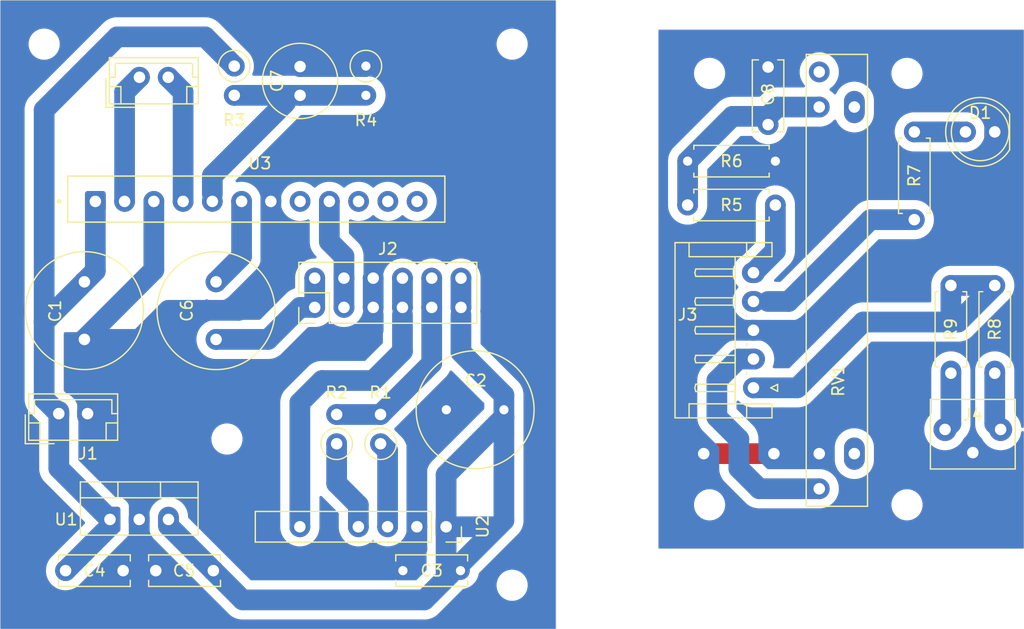
<source format=kicad_pcb>
(kicad_pcb (version 20241229) (generator "pcbnew") (generator_version "9.0")
  (layers (0 "F.Cu" signal) (2 "B.Cu" signal) (13 "F.Paste" user) (15 "B.Paste" user) (5 "F.SilkS" user "F.Silkscreen") (7 "B.SilkS" user "B.Silkscreen") (1 "F.Mask" user) (3 "B.Mask" user) (25 "Edge.Cuts" user))
  (net 0 "")
  (net 1 "MAIN_AUDIO")
  (net 2 "+12V")
  (net 3 "GND")
  (net 4 "STAND_BY")
  (net 5 "CH1_IN")
  (net 6 "+5V")
  (net 7 "CH1_OUT(+)")
  (net 8 "CH1_OUT(-)")
  (net 9 "LED")
  (net 10 "BT_RIGHT")
  (net 11 "BT_LEFT")
  (net 12 "BT_AUDIO")
  (net 13 "VOLUME")
  (net 18 "Net-(J4-PadS)")
  (net 19 "Net-(J4-PadR)")
  (net 23 "UI_GND")
  (net 24 "UI_LED")
  (net 25 "UI_VOLUME")
  (net 26 "UI_5V")
  (net 27 "UI_AUDIO")
  (net 28 "Net-(C8-Pad1)")
  (net 29 "Net-(D1-A)")
  (footprint "Capacitor_THT:C_Disc_D6.0mm_W2.5mm_P5.00mm" (layer "F.Cu") (at 108.538 110.49)
    (property "Reference" "C4" (at 2.5 0 0) (layer "F.SilkS"))
    (property "Value" "100nF" (hide yes))
    (fp_line (start -0.62 -1.37) (end 5.62 -1.37) (stroke (width 0.12)) (layer "F.SilkS"))
    (fp_line (start -0.62 -0.835) (end -0.62 -1.37) (stroke (width 0.12)) (layer "F.SilkS"))
    (fp_line (start -0.62 1.37) (end -0.62 0.835) (stroke (width 0.12)) (layer "F.SilkS"))
    (fp_line (start 5.62 -1.37) (end 5.62 -0.835) (stroke (width 0.12)) (layer "F.SilkS"))
    (fp_line (start 5.62 0.835) (end 5.62 1.37) (stroke (width 0.12)) (layer "F.SilkS"))
    (fp_line (start 5.62 1.37) (end -0.62 1.37) (stroke (width 0.12)) (layer "F.SilkS"))
    (pad "1" thru_hole circle (at 0 0) (size 1.8 1.8) (drill 1) (layers "*.Cu" "*.Mask") (net 2 "+12V"))
    (pad "2" thru_hole circle (at 5 0) (size 1.8 1.8) (drill 1) (layers "*.Cu" "*.Mask") (net 3 "GND"))
  )
  (footprint "Resistor_THT:R_Axial_DIN0207_L6.3mm_D2.5mm_P2.54mm_Vertical" (layer "F.Cu") (at 132.08 99.47 90)
    (property "Reference" "R2" (at 4.445 0 180) (layer "F.SilkS"))
    (property "Value" "3.3K" (hide yes))
    (fp_line (start 1.37 0) (end 1.44 0) (stroke (width 0.12)) (layer "F.SilkS"))
    (fp_circle (center 0 0) (end 1.37 0) (stroke (width 0.12)) (fill no) (layer "F.SilkS"))
    (pad "1" thru_hole circle (at 0 0 90) (size 1.8 1.8) (drill 1) (layers "*.Cu" "*.Mask") (net 11 "BT_LEFT"))
    (pad "2" thru_hole circle (at 2.54 0 90) (size 1.8 1.8) (drill 1) (layers "*.Cu" "*.Mask") (net 12 "BT_AUDIO"))
  )
  (footprint "Capacitor_THT:C_Disc_D6.0mm_W2.5mm_P5.00mm" (layer "F.Cu") (at 169.545 71.755 90)
    (property "Reference" "C8" (at 2.627 0 90) (layer "F.SilkS"))
    (property "Value" "100nF" (hide yes))
    (fp_line (start 5.62 -1.37) (end 5.62 -0.835) (stroke (width 0.12)) (layer "F.SilkS"))
    (fp_line (start -0.62 -1.37) (end 5.62 -1.37) (stroke (width 0.12)) (layer "F.SilkS"))
    (fp_line (start -0.62 -0.835) (end -0.62 -1.37) (stroke (width 0.12)) (layer "F.SilkS"))
    (fp_line (start 5.62 0.835) (end 5.62 1.37) (stroke (width 0.12)) (layer "F.SilkS"))
    (fp_line (start 5.62 1.37) (end -0.62 1.37) (stroke (width 0.12)) (layer "F.SilkS"))
    (fp_line (start -0.62 1.37) (end -0.62 0.835) (stroke (width 0.12)) (layer "F.SilkS"))
    (pad "1" thru_hole circle (at 0 0 90) (size 1.8 1.8) (drill 1) (layers "*.Cu" "*.Mask") (net 28 "Net-(C8-Pad1)"))
    (pad "2" thru_hole circle (at 5 0 90) (size 1.8 1.8) (drill 1) (layers "*.Cu" "*.Mask") (net 23 "UI_GND"))
  )
  (footprint "LED_THT:LED_D5.0mm" (layer "F.Cu") (at 189.23 72.39 180)
    (property "Reference" "D1" (at 1.27 1.65 0) (layer "F.SilkS"))
    (property "Value" "LED" (hide yes))
    (fp_line (start -1.29 -1.545) (end -1.29 1.545) (stroke (width 0.12)) (layer "F.SilkS"))
    (fp_arc (start 4.26 0) (mid 2.071779 2.880495) (end -1.29 1.54483) (stroke (width 0.12)) (layer "F.SilkS"))
    (fp_arc (start -1.29 -1.54483) (mid 2.071779 -2.880495) (end 4.26 0) (stroke (width 0.12)) (layer "F.SilkS"))
    (fp_circle (center 1.27 0) (end 3.77 0) (stroke (width 0.12)) (fill no) (layer "F.SilkS"))
    (pad "1" thru_hole roundrect (at 0 0 180) (size 1.8 1.8) (drill 1) (layers "*.Cu" "*.Mask") (roundrect_rratio 0.1388888889) (net 23 "UI_GND"))
    (pad "2" thru_hole circle (at 2.54 0 180) (size 1.8 1.8) (drill 1) (layers "*.Cu" "*.Mask") (net 29 "Net-(D1-A)"))
  )
  (footprint "Resistor_THT:R_Axial_DIN0207_L6.3mm_D2.5mm_P7.62mm_Horizontal" (layer "F.Cu") (at 162.56 74.93)
    (property "Reference" "R6" (at 3.81 0 0) (layer "F.SilkS"))
    (property "Value" "3.3K" (hide yes))
    (fp_line (start 0.54 -1.37) (end 7.08 -1.37) (stroke (width 0.12)) (layer "F.SilkS"))
    (fp_line (start 0.54 -1.04) (end 0.54 -1.37) (stroke (width 0.12)) (layer "F.SilkS"))
    (fp_line (start 0.54 1.04) (end 0.54 1.37) (stroke (width 0.12)) (layer "F.SilkS"))
    (fp_line (start 0.54 1.37) (end 7.08 1.37) (stroke (width 0.12)) (layer "F.SilkS"))
    (fp_line (start 7.08 -1.37) (end 7.08 -1.04) (stroke (width 0.12)) (layer "F.SilkS"))
    (fp_line (start 7.08 1.37) (end 7.08 1.04) (stroke (width 0.12)) (layer "F.SilkS"))
    (pad "1" thru_hole circle (at 0 0) (size 1.6 1.6) (drill 0.8) (layers "*.Cu" "*.Mask") (net 28 "Net-(C8-Pad1)"))
    (pad "2" thru_hole circle (at 7.62 0) (size 1.6 1.6) (drill 0.8) (layers "*.Cu" "*.Mask") (net 23 "UI_GND"))
  )
  (footprint "Capacitor_THT:C_Radial_D6.3mm_H11.0mm_P2.50mm" (layer "F.Cu") (at 128.905 69.215 90)
    (property "Reference" "C7" (at 1.25 -2 90) (layer "F.SilkS"))
    (property "Value" "10uF")
    (fp_circle (center 1.25 0) (end 4.52 0) (stroke (width 0.12)) (fill no) (layer "F.SilkS"))
    (pad "1" thru_hole circle (at 0 0 90) (size 1.8 1.8) (drill 1) (layers "*.Cu" "*.Mask") (net 4 "STAND_BY"))
    (pad "2" thru_hole circle (at 2.5 0 90) (size 1.8 1.8) (drill 1) (layers "*.Cu" "*.Mask") (net 3 "GND"))
  )
  (footprint "Capacitor_THT:C_Radial_D10.0mm_H16.0mm_P5.00mm" (layer "F.Cu") (at 121.605 85.41 -90)
    (property "Reference" "C6" (at 2.5 2.54 270) (layer "F.SilkS"))
    (property "Value" "10uF")
    (fp_circle (center 2.5 0) (end 7.62 0) (stroke (width 0.12)) (fill no) (layer "F.SilkS"))
    (pad "1" thru_hole circle (at 0 0 270) (size 1.8 1.8) (drill 1) (layers "*.Cu" "*.Mask") (net 5 "CH1_IN"))
    (pad "2" thru_hole circle (at 5 0 270) (size 1.8 1.8) (drill 1) (layers "*.Cu" "*.Mask") (net 1 "MAIN_AUDIO"))
  )
  (footprint "Resistor_THT:R_Axial_DIN0207_L6.3mm_D2.5mm_P7.62mm_Horizontal" (layer "F.Cu") (at 170.18 78.74 180)
    (property "Reference" "R5" (at 3.81 0 0) (layer "F.SilkS"))
    (property "Value" "10K" (hide yes))
    (fp_line (start 7.08 1.37) (end 7.08 1.04) (stroke (width 0.12)) (layer "F.SilkS"))
    (fp_line (start 7.08 -1.37) (end 7.08 -1.04) (stroke (width 0.12)) (layer "F.SilkS"))
    (fp_line (start 0.54 1.37) (end 7.08 1.37) (stroke (width 0.12)) (layer "F.SilkS"))
    (fp_line (start 0.54 1.04) (end 0.54 1.37) (stroke (width 0.12)) (layer "F.SilkS"))
    (fp_line (start 0.54 -1.04) (end 0.54 -1.37) (stroke (width 0.12)) (layer "F.SilkS"))
    (fp_line (start 0.54 -1.37) (end 7.08 -1.37) (stroke (width 0.12)) (layer "F.SilkS"))
    (pad "1" thru_hole circle (at 0 0 180) (size 1.8 1.8) (drill 1) (layers "*.Cu" "*.Mask") (net 26 "UI_5V"))
    (pad "2" thru_hole circle (at 7.62 0 180) (size 1.8 1.8) (drill 1) (layers "*.Cu" "*.Mask") (net 28 "Net-(C8-Pad1)"))
  )
  (footprint "MountingHole:MountingHole_2.2mm_M2" (layer "F.Cu") (at 106.68 64.77)
    (property "Reference" "H1" (hide yes))
    (property "Value" "MountingHole" (hide yes))
    (pad "" np_thru_hole circle (at 0 0) (size 2.2 2.2) (drill 2.2) (layers "*.Cu" "*.Mask"))
  )
  (footprint "MountingHole:MountingHole_2.2mm_M2" (layer "F.Cu") (at 122.555 99.06)
    (property "Reference" "H4" (hide yes))
    (property "Value" "MountingHole" (hide yes))
    (pad "" np_thru_hole circle (at 0 0) (size 2.2 2.2) (drill 2.2) (layers "*.Cu" "*.Mask"))
  )
  (footprint "Custom:Jack_3.5mm_Vertical" (layer "F.Cu") (at 187.325 98.23 180)
    (property "Reference" "J4" (at 0 1.27 0) (layer "F.SilkS"))
    (property "Value" "AUDIO_JACK" (hide yes))
    (fp_line (start 3.683 -3.434) (end 3.683 2.6112) (stroke (width 0.12)) (layer "F.SilkS"))
    (fp_line (start -3.683 2.6112) (end 3.683 2.6112) (stroke (width 0.12)) (layer "F.SilkS"))
    (fp_line (start -3.683 -3.434) (end 3.683 -3.434) (stroke (width 0.12)) (layer "F.SilkS"))
    (fp_line (start -3.683 -3.434) (end -3.683 2.6112) (stroke (width 0.12)) (layer "F.SilkS"))
    (pad "R" thru_hole circle (at 2.413 0) (size 2 2) (drill 1) (layers "*.Cu" "*.Mask") (net 19 "Net-(J4-PadR)"))
    (pad "S" thru_hole circle (at -2.413 0) (size 2 2) (drill 1) (layers "*.Cu" "*.Mask") (net 18 "Net-(J4-PadS)"))
    (pad "T" thru_hole circle (at 0 -2.0116) (size 2 2) (drill 1) (layers "*.Cu" "*.Mask") (net 23 "UI_GND"))
  )
  (footprint "Connector_PinSocket_2.54mm:PinSocket_1x07_P2.54mm_Vertical" (layer "F.Cu") (at 141.585 106.68 -90)
    (property "Reference" "U2" (at 0 -3.175 90) (layer "F.SilkS"))
    (property "Value" "WIN-668" (hide yes))
    (fp_line (start -1.33 16.57) (end 1.33 16.57) (stroke (width 0.12)) (layer "F.SilkS"))
    (fp_line (start -1.33 1.27) (end -1.33 16.57) (stroke (width 0.12)) (layer "F.SilkS"))
    (fp_line (start -1.33 1.27) (end 1.33 1.27) (stroke (width 0.12)) (layer "F.SilkS"))
    (fp_line (start 1.33 1.27) (end 1.33 16.57) (stroke (width 0.12)) (layer "F.SilkS"))
    (fp_line (start 0 -1.33) (end 1.33 -1.33) (stroke (width 0.12)) (layer "F.SilkS"))
    (fp_line (start 1.33 -1.33) (end 1.33 0) (stroke (width 0.12)) (layer "F.SilkS"))
    (pad "1" thru_hole roundrect (at 0 0 270) (size 1.8 1.8) (drill 1) (layers "*.Cu" "*.Mask") (roundrect_rratio 0.1388888889) (net 6 "+5V"))
    (pad "2" thru_hole circle (at 0 2.54 270) (size 1.8 1.8) (drill 1) (layers "*.Cu" "*.Mask") (net 3 "GND"))
    (pad "3" thru_hole circle (at 0 5.08 270) (size 1.8 1.8) (drill 1) (layers "*.Cu" "*.Mask") (net 10 "BT_RIGHT"))
    (pad "4" thru_hole circle (at 0 7.62 270) (size 1.8 1.8) (drill 1) (layers "*.Cu" "*.Mask") (net 11 "BT_LEFT"))
    (pad "6" thru_hole circle (at 0 12.7 270) (size 1.8 1.8) (drill 1) (layers "*.Cu" "*.Mask") (net 9 "LED"))
  )
  (footprint "Capacitor_THT:C_Disc_D6.0mm_W2.5mm_P5.00mm" (layer "F.Cu") (at 142.835 110.49 180)
    (property "Reference" "C3" (at 2.5 0 0) (layer "F.SilkS"))
    (property "Value" "100nF" (hide yes))
    (fp_line (start 5.62 1.37) (end -0.62 1.37) (stroke (width 0.12)) (layer "F.SilkS"))
    (fp_line (start 5.62 0.835) (end 5.62 1.37) (stroke (width 0.12)) (layer "F.SilkS"))
    (fp_line (start 5.62 -1.37) (end 5.62 -0.835) (stroke (width 0.12)) (layer "F.SilkS"))
    (fp_line (start -0.62 1.37) (end -0.62 0.835) (stroke (width 0.12)) (layer "F.SilkS"))
    (fp_line (start -0.62 -0.835) (end -0.62 -1.37) (stroke (width 0.12)) (layer "F.SilkS"))
    (fp_line (start -0.62 -1.37) (end 5.62 -1.37) (stroke (width 0.12)) (layer "F.SilkS"))
    (pad "1" thru_hole circle (at 0 0 180) (size 1.6 1.6) (drill 0.8) (layers "*.Cu" "*.Mask") (net 6 "+5V"))
    (pad "2" thru_hole circle (at 5 0 180) (size 1.6 1.6) (drill 0.8) (layers "*.Cu" "*.Mask") (net 3 "GND"))
  )
  (footprint "Capacitor_THT:C_Radial_D10.0mm_H12.5mm_P5.00mm" (layer "F.Cu") (at 110.175 85.41 -90)
    (property "Reference" "C1" (at 2.54 2.54 90) (layer "F.SilkS"))
    (property "Value" "2200uF")
    (fp_circle (center 2.5 0) (end 7.62 0) (stroke (width 0.12)) (fill no) (layer "F.SilkS"))
    (pad "1" thru_hole circle (at 0 0 270) (size 1.8 1.8) (drill 1) (layers "*.Cu" "*.Mask") (net 2 "+12V"))
    (pad "2" thru_hole circle (at 5 0 270) (size 1.8 1.8) (drill 1) (layers "*.Cu" "*.Mask") (net 3 "GND"))
  )
  (footprint "MountingHole:MountingHole_2.2mm_M2" (layer "F.Cu") (at 181.61 104.775)
    (property "Reference" "H7" (hide yes))
    (property "Value" "MountingHole" (hide yes))
    (pad "" np_thru_hole circle (at 0 0) (size 2.2 2.2) (drill 2.2) (layers "*.Cu" "*.Mask"))
  )
  (footprint "Connector_JST:JST_EH_B2B-EH-A_1x02_P2.50mm_Vertical" (layer "F.Cu") (at 107.95 96.855)
    (property "Reference" "J1" (at 2.54 3.475 180) (layer "F.SilkS"))
    (property "Value" "POWER" (hide yes))
    (fp_line (start -2.91 0.11) (end -2.91 2.61) (stroke (width 0.12)) (layer "F.SilkS"))
    (fp_line (start -2.91 2.61) (end -0.41 2.61) (stroke (width 0.12)) (layer "F.SilkS"))
    (fp_line (start -2.61 -1.71) (end -2.61 2.31) (stroke (width 0.12)) (layer "F.SilkS"))
    (fp_line (start -2.61 0) (end -2.11 0) (stroke (width 0.12)) (layer "F.SilkS"))
    (fp_line (start -2.61 0.81) (end -1.61 0.81) (stroke (width 0.12)) (layer "F.SilkS"))
    (fp_line (start -2.61 2.31) (end 5.11 2.31) (stroke (width 0.12)) (layer "F.SilkS"))
    (fp_line (start -2.11 -1.21) (end 4.61 -1.21) (stroke (width 0.12)) (layer "F.SilkS"))
    (fp_line (start -2.11 0) (end -2.11 -1.21) (stroke (width 0.12)) (layer "F.SilkS"))
    (fp_line (start -1.61 0.81) (end -1.61 2.31) (stroke (width 0.12)) (layer "F.SilkS"))
    (fp_line (start 4.11 0.81) (end 4.11 2.31) (stroke (width 0.12)) (layer "F.SilkS"))
    (fp_line (start 4.61 -1.21) (end 4.61 0) (stroke (width 0.12)) (layer "F.SilkS"))
    (fp_line (start 4.61 0) (end 5.11 0) (stroke (width 0.12)) (layer "F.SilkS"))
    (fp_line (start 5.11 -1.71) (end -2.61 -1.71) (stroke (width 0.12)) (layer "F.SilkS"))
    (fp_line (start 5.11 0.81) (end 4.11 0.81) (stroke (width 0.12)) (layer "F.SilkS"))
    (fp_line (start 5.11 2.31) (end 5.11 -1.71) (stroke (width 0.12)) (layer "F.SilkS"))
    (pad "1" thru_hole oval (at 0 0) (size 1.8 2.2) (drill 1) (layers "*.Cu" "*.Mask") (net 2 "+12V"))
    (pad "2" thru_hole oval (at 2.5 0) (size 1.8 2.2) (drill 1) (layers "*.Cu" "*.Mask") (net 3 "GND"))
  )
  (footprint "Resistor_THT:R_Axial_DIN0207_L6.3mm_D2.5mm_P2.54mm_Vertical" (layer "F.Cu") (at 123.19 66.675 -90)
    (property "Reference" "R3" (at 4.699 0 0) (layer "F.SilkS"))
    (property "Value" "68K" (hide yes))
    (fp_line (start 1.37 0) (end 1.44 0) (stroke (width 0.12)) (layer "F.SilkS"))
    (fp_circle (center 0 0) (end 1.37 0) (stroke (width 0.12)) (fill no) (layer "F.SilkS"))
    (pad "1" thru_hole circle (at 0 0 270) (size 1.8 1.8) (drill 1) (layers "*.Cu" "*.Mask") (net 2 "+12V"))
    (pad "2" thru_hole circle (at 2.54 0 270) (size 1.8 1.8) (drill 1) (layers "*.Cu" "*.Mask") (net 4 "STAND_BY"))
  )
  (footprint "Custom:Potentiometer_Custom_Variant_A" (layer "F.Cu") (at 175.641 85.335 90)
    (property "Reference" "RV1" (at -8.645 0 90) (layer "F.SilkS"))
    (property "Value" "50K")
    (fp_line (start 19.676 -2.786) (end -19.568 -2.786) (stroke (width 0.12)) (layer "F.SilkS"))
    (fp_line (start 19.676 -2.786) (end 19.676 2.54) (stroke (width 0.12)) (layer "F.SilkS"))
    (fp_line (start -19.568 -2.786) (end -19.568 2.54) (stroke (width 0.12)) (layer "F.SilkS"))
    (fp_line (start 19.676 2.54) (end -19.568 2.54) (stroke (width 0.12)) (layer "F.SilkS"))
    (pad "1" thru_hole circle (at -18.043 -1.651 90) (size 1.8 1.8) (drill 1) (layers "*.Cu" "*.Mask") (net 25 "UI_VOLUME"))
    (pad "2" thru_hole circle (at -14.995 -1.651 90) (size 1.8 1.8) (drill 1) (layers "*.Cu" "*.Mask") (net 23 "UI_GND"))
    (pad "3" thru_hole circle (at 15.104 -1.651 90) (size 1.8 1.8) (drill 1) (layers "*.Cu" "*.Mask") (net 28 "Net-(C8-Pad1)"))
    (pad "4" thru_hole circle (at 18.152 -1.651 90) (size 1.8 1.8) (drill 1) (layers "*.Cu" "*.Mask"))
    (pad "MP1" thru_hole oval (at -14.995 1.397 90) (size 2.8 1.8) (drill 1) (layers "*.Cu" "*.Mask"))
    (pad "MP2" thru_hole oval (at 15.104 1.397 90) (size 2.8 1.8) (drill 1) (layers "*.Cu" "*.Mask"))
  )
  (footprint "Capacitor_THT:C_Disc_D6.0mm_W2.5mm_P5.00mm" (layer "F.Cu") (at 121.372 110.49 180)
    (property "Reference" "C5" (at 2.54 0 0) (layer "F.SilkS"))
    (property "Value" "100nF" (hide yes))
    (fp_line (start 5.62 1.37) (end -0.62 1.37) (stroke (width 0.12)) (layer "F.SilkS"))
    (fp_line (start 5.62 0.835) (end 5.62 1.37) (stroke (width 0.12)) (layer "F.SilkS"))
    (fp_line (start 5.62 -1.37) (end 5.62 -0.835) (stroke (width 0.12)) (layer "F.SilkS"))
    (fp_line (start -0.62 1.37) (end -0.62 0.835) (stroke (width 0.12)) (layer "F.SilkS"))
    (fp_line (start -0.62 -0.835) (end -0.62 -1.37) (stroke (width 0.12)) (layer "F.SilkS"))
    (fp_line (start -0.62 -1.37) (end 5.62 -1.37) (stroke (width 0.12)) (layer "F.SilkS"))
    (pad "1" thru_hole circle (at 0 0 180) (size 1.8 1.8) (drill 1) (layers "*.Cu" "*.Mask") (net 6 "+5V"))
    (pad "2" thru_hole circle (at 5 0 180) (size 1.8 1.8) (drill 1) (layers "*.Cu" "*.Mask") (net 3 "GND"))
  )
  (footprint "Custom:Audio_Amplifier_AN7522N" (layer "F.Cu") (at 125.112 78.425)
    (property "Reference" "U3" (at 0.303 -3.302 0) (layer "F.SilkS"))
    (property "Value" "AN7522N" (hide yes))
    (fp_line (start -16.387 -2.2) (end 16.366 -2.2) (stroke (width 0.127)) (layer "F.SilkS"))
    (fp_line (start -16.387 1.8) (end -16.387 -2.2) (stroke (width 0.127)) (layer "F.SilkS"))
    (fp_line (start 16.366 -2.2) (end 16.366 1.8) (stroke (width 0.127)) (layer "F.SilkS"))
    (fp_line (start 16.366 1.8) (end -16.387 1.8) (stroke (width 0.127)) (layer "F.SilkS"))
    (fp_circle (center -17.137 0) (end -17.037 0) (stroke (width 0.2)) (fill no) (layer "F.SilkS"))
    (pad "1" thru_hole roundrect (at -13.987 0) (size 1.8 1.8) (drill 1) (layers "*.Cu" "*.Mask") (roundrect_rratio 0.1388888889) (net 2 "+12V"))
    (pad "2" thru_hole circle (at -11.447 0) (size 1.8 1.8) (drill 1) (layers "*.Cu" "*.Mask") (net 7 "CH1_OUT(+)"))
    (pad "3" thru_hole circle (at -8.907 0) (size 1.8 1.8) (drill 1) (layers "*.Cu" "*.Mask") (net 3 "GND"))
    (pad "4" thru_hole circle (at -6.367 0) (size 1.8 1.8) (drill 1) (layers "*.Cu" "*.Mask") (net 8 "CH1_OUT(-)"))
    (pad "5" thru_hole circle (at -3.827 0) (size 1.8 1.8) (drill 1) (layers "*.Cu" "*.Mask") (net 4 "STAND_BY"))
    (pad "6" thru_hole circle (at -1.287 0) (size 1.8 1.8) (drill 1) (layers "*.Cu" "*.Mask") (net 5 "CH1_IN"))
    (pad "7" thru_hole circle (at 1.253 0) (size 1.8 1.8) (drill 1) (layers "*.Cu" "*.Mask") (net 3 "GND"))
    (pad "8" thru_hole circle (at 3.793 0) (size 1.8 1.8) (drill 1) (layers "*.Cu" "*.Mask"))
    (pad "9" thru_hole circle (at 6.333 0) (size 1.8 1.8) (drill 1) (layers "*.Cu" "*.Mask") (net 13 "VOLUME"))
    (pad "10" thru_hole circle (at 8.873 0) (size 1.8 1.8) (drill 1) (layers "*.Cu" "*.Mask"))
    (pad "11" thru_hole circle (at 11.413 0) (size 1.8 1.8) (drill 1) (layers "*.Cu" "*.Mask"))
    (pad "12" thru_hole circle (at 13.953 0) (size 1.8 1.8) (drill 1) (layers "*.Cu" "*.Mask"))
  )
  (footprint "Connector_JST:JST_EH_S5B-EH_1x05_P2.50mm_Horizontal" (layer "F.Cu") (at 168.275 94.615 90)
    (property "Reference" "J3" (at 6.35 -5.715 0) (layer "F.SilkS"))
    (property "Value" "CONN_PCB2" (hide yes))
    (fp_line (start 12.61 -6.81) (end 12.61 1.61) (stroke (width 0.12)) (layer "F.SilkS"))
    (fp_line (start -2.61 -6.81) (end 12.61 -6.81) (stroke (width 0.12)) (layer "F.SilkS"))
    (fp_line (start 12.61 -5.59) (end 11.39 -5.59) (stroke (width 0.12)) (layer "F.SilkS"))
    (fp_line (start 11.39 -5.59) (end 11.39 -0.59) (stroke (width 0.12)) (layer "F.SilkS"))
    (fp_line (start -1.39 -5.59) (end -1.39 -0.59) (stroke (width 0.12)) (layer "F.SilkS"))
    (fp_line (start -2.61 -5.59) (end -1.39 -5.59) (stroke (width 0.12)) (layer "F.SilkS"))
    (fp_line (start 10 -5.09) (end 10.32 -5.01) (stroke (width 0.12)) (layer "F.SilkS"))
    (fp_line (start 7.5 -5.09) (end 7.82 -5.01) (stroke (width 0.12)) (layer "F.SilkS"))
    (fp_line (start 5 -5.09) (end 5.32 -5.01) (stroke (width 0.12)) (layer "F.SilkS"))
    (fp_line (start 2.5 -5.09) (end 2.82 -5.01) (stroke (width 0.12)) (layer "F.SilkS"))
    (fp_line (start 0 -5.09) (end 0.32 -5.01) (stroke (width 0.12)) (layer "F.SilkS"))
    (fp_line (start 10.32 -5.01) (end 10.32 -1.59) (stroke (width 0.12)) (layer "F.SilkS"))
    (fp_line (start 9.68 -5.01) (end 10 -5.09) (stroke (width 0.12)) (layer "F.SilkS"))
    (fp_line (start 7.82 -5.01) (end 7.82 -1.59) (stroke (width 0.12)) (layer "F.SilkS"))
    (fp_line (start 7.18 -5.01) (end 7.5 -5.09) (stroke (width 0.12)) (layer "F.SilkS"))
    (fp_line (start 5.32 -5.01) (end 5.32 -1.59) (stroke (width 0.12)) (layer "F.SilkS"))
    (fp_line (start 4.68 -5.01) (end 5 -5.09) (stroke (width 0.12)) (layer "F.SilkS"))
    (fp_line (start 2.82 -5.01) (end 2.82 -1.59) (stroke (width 0.12)) (layer "F.SilkS"))
    (fp_line (start 2.18 -5.01) (end 2.5 -5.09) (stroke (width 0.12)) (layer "F.SilkS"))
    (fp_line (start 0.32 -5.01) (end 0.32 -1.59) (stroke (width 0.12)) (layer "F.SilkS"))
    (fp_line (start -0.32 -5.01) (end 0 -5.09) (stroke (width 0.12)) (layer "F.SilkS"))
    (fp_line (start 10.32 -1.59) (end 10 -1.59) (stroke (width 0.12)) (layer "F.SilkS"))
    (fp_line (start 10 -1.59) (end 9.68 -1.59) (stroke (width 0.12)) (layer "F.SilkS"))
    (fp_line (start 9.68 -1.59) (end 9.68 -5.01) (stroke (width 0.12)) (layer "F.SilkS"))
    (fp_line (start 7.82 -1.59) (end 7.5 -1.59) (stroke (width 0.12)) (layer "F.SilkS"))
    (fp_line (start 7.5 -1.59) (end 7.18 -1.59) (stroke (width 0.12)) (layer "F.SilkS"))
    (fp_line (start 7.18 -1.59) (end 7.18 -5.01) (stroke (width 0.12)) (layer "F.SilkS"))
    (fp_line (start 5.32 -1.59) (end 5 -1.59) (stroke (width 0.12)) (layer "F.SilkS"))
    (fp_line (start 5 -1.59) (end 4.68 -1.59) (stroke (width 0.12)) (layer "F.SilkS"))
    (fp_line (start 4.68 -1.59) (end 4.68 -5.01) (stroke (width 0.12)) (layer "F.SilkS"))
    (fp_line (start 2.82 -1.59) (end 2.5 -1.59) (stroke (width 0.12)) (layer "F.SilkS"))
    (fp_line (start 2.5 -1.59) (end 2.18 -1.59) (stroke (width 0.12)) (layer "F.SilkS"))
    (fp_line (start 2.18 -1.59) (end 2.18 -5.01) (stroke (width 0.12)) (layer "F.SilkS"))
    (fp_line (start 0.32 -1.59) (end 0 -1.59) (stroke (width 0.12)) (layer "F.SilkS"))
    (fp_line (start 0 -1.59) (end -0.32 -1.59) (stroke (width 0.12)) (layer "F.SilkS"))
    (fp_line (start -0.32 -1.59) (end -0.32 -5.01) (stroke (width 0.12)) (layer "F.SilkS"))
    (fp_line (start -1.39 -1.59) (end 11.39 -1.59) (stroke (width 0.12)) (layer "F.SilkS"))
    (fp_line (start 11.39 -0.59) (end 12.61 -0.59) (stroke (width 0.12)) (layer "F.SilkS"))
    (fp_line (start 8.67 -0.59) (end 8.83 -0.59) (stroke (width 0.12)) (layer "F.SilkS"))
    (fp_line (start 6.17 -0.59) (end 6.33 -0.59) (stroke (width 0.12)) (layer "F.SilkS"))
    (fp_line (start 3.67 -0.59) (end 3.83 -0.59) (stroke (width 0.12)) (layer "F.SilkS"))
    (fp_line (start 1.17 -0.59) (end 1.33 -0.59) (stroke (width 0.12)) (layer "F.SilkS"))
    (fp_line (start -1.39 -0.59) (end -2.61 -0.59) (stroke (width 0.12)) (layer "F.SilkS"))
    (fp_line (start -1.39 -0.59) (end -1.39 1.61) (stroke (width 0.12)) (layer "F.SilkS"))
    (fp_line (start 0 1.5) (end -0.3 2.1) (stroke (width 0.12)) (layer "F.SilkS"))
    (fp_line (start 12.61 1.61) (end 11.39 1.61) (stroke (width 0.12)) (layer "F.SilkS"))
    (fp_line (start 11.39 1.61) (end 11.39 -0.59) (stroke (width 0.12)) (layer "F.SilkS"))
    (fp_line (start -1.39 1.61) (end -2.61 1.61) (stroke (width 0.12)) (layer "F.SilkS"))
    (fp_line (start -2.61 1.61) (end -2.61 -6.81) (stroke (width 0.12)) (layer "F.SilkS"))
    (fp_line (start 0.3 2.1) (end 0 1.5) (stroke (width 0.12)) (layer "F.SilkS"))
    (fp_line (start -0.3 2.1) (end 0.3 2.1) (stroke (width 0.12)) (layer "F.SilkS"))
    (pad "1" thru_hole circle (at 0 0 90) (size 1.8 1.8) (drill 1) (layers "*.Cu" "*.Mask") (net 27 "UI_AUDIO"))
    (pad "2" thru_hole oval (at 2.5 0 90) (size 1.8 2) (drill 1) (layers "*.Cu" "*.Mask") (net 25 "UI_VOLUME"))
    (pad "3" thru_hole oval (at 5 0 90) (size 1.8 2) (drill 1) (layers "*.Cu" "*.Mask") (net 23 "UI_GND"))
    (pad "4" thru_hole oval (at 7.5 0 90) (size 1.8 2) (drill 1) (layers "*.Cu" "*.Mask") (net 24 "UI_LED"))
    (pad "5" thru_hole oval (at 10 0 90) (size 1.8 2) (drill 1) (layers "*.Cu" "*.Mask") (net 26 "UI_5V"))
  )
  (footprint "MountingHole:MountingHole_2.2mm_M2" (layer "F.Cu") (at 164.465 67.31)
    (property "Reference" "H5" (hide yes))
    (property "Value" "MountingHole" (hide yes))
    (pad "" np_thru_hole circle (at 0 0) (size 2.2 2.2) (drill 2.2) (layers "*.Cu" "*.Mask"))
  )
  (footprint "Connector_JST:JST_EH_B2B-EH-A_1x02_P2.50mm_Vertical" (layer "F.Cu") (at 114.955 67.645)
    (property "Reference" "LS1" (hide yes))
    (property "Value" "SPEAKER")
    (fp_line (start -2.91 0.11) (end -2.91 2.61) (stroke (width 0.12)) (layer "F.SilkS"))
    (fp_line (start -2.91 2.61) (end -0.41 2.61) (stroke (width 0.12)) (layer "F.SilkS"))
    (fp_line (start -2.61 -1.71) (end -2.61 2.31) (stroke (width 0.12)) (layer "F.SilkS"))
    (fp_line (start -2.61 0) (end -2.11 0) (stroke (width 0.12)) (layer "F.SilkS"))
    (fp_line (start -2.61 0.81) (end -1.61 0.81) (stroke (width 0.12)) (layer "F.SilkS"))
    (fp_line (start -2.61 2.31) (end 5.11 2.31) (stroke (width 0.12)) (layer "F.SilkS"))
    (fp_line (start -2.11 -1.21) (end 4.61 -1.21) (stroke (width 0.12)) (layer "F.SilkS"))
    (fp_line (start -2.11 0) (end -2.11 -1.21) (stroke (width 0.12)) (layer "F.SilkS"))
    (fp_line (start -1.61 0.81) (end -1.61 2.31) (stroke (width 0.12)) (layer "F.SilkS"))
    (fp_line (start 4.11 0.81) (end 4.11 2.31) (stroke (width 0.12)) (layer "F.SilkS"))
    (fp_line (start 4.61 -1.21) (end 4.61 0) (stroke (width 0.12)) (layer "F.SilkS"))
    (fp_line (start 4.61 0) (end 5.11 0) (stroke (width 0.12)) (layer "F.SilkS"))
    (fp_line (start 5.11 -1.71) (end -2.61 -1.71) (stroke (width 0.12)) (layer "F.SilkS"))
    (fp_line (start 5.11 0.81) (end 4.11 0.81) (stroke (width 0.12)) (layer "F.SilkS"))
    (fp_line (start 5.11 2.31) (end 5.11 -1.71) (stroke (width 0.12)) (layer "F.SilkS"))
    (pad "1" thru_hole circle (at 0 0) (size 1.8 1.8) (drill 1) (layers "*.Cu" "*.Mask") (net 7 "CH1_OUT(+)"))
    (pad "2" thru_hole circle (at 2.5 0) (size 1.8 1.8) (drill 1) (layers "*.Cu" "*.Mask") (net 8 "CH1_OUT(-)"))
  )
  (footprint "MountingHole:MountingHole_2.2mm_M2" (layer "F.Cu") (at 147.32 111.76)
    (property "Reference" "H2" (hide yes))
    (property "Value" "MountingHole" (hide yes))
    (pad "" np_thru_hole circle (at 0 0) (size 2.2 2.2) (drill 2.2) (layers "*.Cu" "*.Mask"))
  )
  (footprint "MountingHole:MountingHole_2.2mm_M2" (layer "F.Cu") (at 147.32 64.77)
    (property "Reference" "H3" (hide yes))
    (property "Value" "MountingHole" (hide yes))
    (pad "" np_thru_hole circle (at 0 0) (size 2.2 2.2) (drill 2.2) (layers "*.Cu" "*.Mask"))
  )
  (footprint "MountingHole:MountingHole_2.2mm_M2" (layer "F.Cu") (at 164.465 104.775)
    (property "Reference" "H8" (hide yes))
    (property "Value" "MountingHole" (hide yes))
    (pad "" np_thru_hole circle (at 0 0) (size 2.2 2.2) (drill 2.2) (layers "*.Cu" "*.Mask"))
  )
  (footprint "Package_TO_SOT_THT:TO-220-3_Vertical" (layer "F.Cu") (at 112.395 106.045)
    (property "Reference" "U1" (at -3.81 0 180) (layer "F.SilkS"))
    (property "Value" "LM7805" (hide yes))
    (fp_line (start -2.57 -3.26) (end 7.65 -3.26) (stroke (width 0.12)) (layer "F.SilkS"))
    (fp_line (start -2.57 -1.88) (end 7.65 -1.88) (stroke (width 0.12)) (layer "F.SilkS"))
    (fp_line (start -2.57 1.36) (end -2.57 -3.26) (stroke (width 0.12)) (layer "F.SilkS"))
    (fp_line (start 0.69 -3.26) (end 0.69 -1.88) (stroke (width 0.12)) (layer "F.SilkS"))
    (fp_line (start 4.39 -3.26) (end 4.39 -1.88) (stroke (width 0.12)) (layer "F.SilkS"))
    (fp_line (start 7.65 -3.26) (end 7.65 1.36) (stroke (width 0.12)) (layer "F.SilkS"))
    (fp_line (start 7.65 1.36) (end -2.57 1.36) (stroke (width 0.12)) (layer "F.SilkS"))
    (pad "1" thru_hole roundrect (at 0 0) (size 1.8 2.2) (drill 1) (layers "*.Cu" "*.Mask") (roundrect_rratio 0.125) (net 2 "+12V"))
    (pad "2" thru_hole oval (at 2.54 0) (size 1.8 2.2) (drill 1) (layers "*.Cu" "*.Mask") (net 3 "GND"))
    (pad "3" thru_hole oval (at 5.08 0) (size 1.8 2.2) (drill 1) (layers "*.Cu" "*.Mask") (net 6 "+5V"))
  )
  (footprint "Connector_PinHeader_2.54mm:PinHeader_2x06_P2.54mm_Vertical" (layer "F.Cu") (at 130.175 87.63 90)
    (property "Reference" "J2" (at 5.08 6.35 180) (layer "F.SilkS"))
    (property "Value" "CONN_PCB1" (hide yes))
    (fp_line (start 3.92 -1.38) (end 3.92 14.08) (stroke (width 0.12)) (layer "F.SilkS"))
    (fp_line (start 1.27 -1.38) (end 3.92 -1.38) (stroke (width 0.12)) (layer "F.SilkS"))
    (fp_line (start -1.38 -1.38) (end 0 -1.38) (stroke (width 0.12)) (layer "F.SilkS"))
    (fp_line (start -1.38 0) (end -1.38 -1.38) (stroke (width 0.12)) (layer "F.SilkS"))
    (fp_line (start 1.27 1.27) (end 1.27 -1.38) (stroke (width 0.12)) (layer "F.SilkS"))
    (fp_line (start -1.38 1.27) (end 1.27 1.27) (stroke (width 0.12)) (layer "F.SilkS"))
    (fp_line (start -1.38 1.27) (end -1.38 14.08) (stroke (width 0.12)) (layer "F.SilkS"))
    (fp_line (start -1.38 14.08) (end 3.92 14.08) (stroke (width 0.12)) (layer "F.SilkS"))
    (pad "1" thru_hole circle (at 0 0 90) (size 1.8 1.8) (drill 1) (layers "*.Cu" "*.Mask") (net 1 "MAIN_AUDIO"))
    (pad "1" thru_hole circle (at 2.54 0 90) (size 1.8 1.8) (drill 1) (layers "*.Cu" "*.Mask") (net 1 "MAIN_AUDIO"))
    (pad "2" thru_hole circle (at 0 2.54 90) (size 1.8 1.8) (drill 1) (layers "*.Cu" "*.Mask") (net 13 "VOLUME"))
    (pad "2" thru_hole circle (at 2.54 2.54 90) (size 1.8 1.8) (drill 1) (layers "*.Cu" "*.Mask") (net 13 "VOLUME"))
    (pad "3" thru_hole circle (at 0 5.08 90) (size 1.8 1.8) (drill 1) (layers "*.Cu" "*.Mask") (net 3 "GND"))
    (pad "3" thru_hole circle (at 2.54 5.08 90) (size 1.8 1.8) (drill 1) (layers "*.Cu" "*.Mask") (net 3 "GND"))
    (pad "4" thru_hole circle (at 0 7.62 90) (size 1.8 1.8) (drill 1) (layers "*.Cu" "*.Mask") (net 9 "LED"))
    (pad "4" thru_hole circle (at 2.54 7.62 90) (size 1.8 1.8) (drill 1) (layers "*.Cu" "*.Mask") (net 9 "LED"))
    (pad "5" thru_hole circle (at 0 10.16 90) (size 1.8 1.8) (drill 1) (layers "*.Cu" "*.Mask") (net 12 "BT_AUDIO"))
    (pad "5" thru_hole circle (at 2.54 10.16 90) (size 1.8 1.8) (drill 1) (layers "*.Cu" "*.Mask") (net 12 "BT_AUDIO"))
    (pad "6" thru_hole circle (at 0 12.7 90) (size 1.8 1.8) (drill 1) (layers "*.Cu" "*.Mask") (net 6 "+5V"))
    (pad "6" thru_hole circle (at 2.54 12.7 90) (size 1.8 1.8) (drill 1) (layers "*.Cu" "*.Mask") (net 6 "+5V"))
  )
  (footprint "Resistor_THT:R_Axial_DIN0207_L6.3mm_D2.5mm_P2.54mm_Vertical" (layer "F.Cu") (at 135.89 99.47 90)
    (property "Reference" "R1" (at 4.445 0 180) (layer "F.SilkS"))
    (property "Value" "3.3K" (hide yes))
    (fp_line (start 1.37 0) (end 1.44 0) (stroke (width 0.12)) (layer "F.SilkS"))
    (fp_circle (center 0 0) (end 1.37 0) (stroke (width 0.12)) (fill no) (layer "F.SilkS"))
    (pad "1" thru_hole circle (at 0 0 90) (size 1.8 1.8) (drill 1) (layers "*.Cu" "*.Mask") (net 10 "BT_RIGHT"))
    (pad "2" thru_hole circle (at 2.54 0 90) (size 1.8 1.8) (drill 1) (layers "*.Cu" "*.Mask") (net 12 "BT_AUDIO"))
  )
  (footprint "Capacitor_THT:C_Radial_D10.0mm_H16.0mm_P5.00mm" (layer "F.Cu") (at 146.605 96.52 180)
    (property "Reference" "C2" (at 2.46 2.54 0) (layer "F.SilkS"))
    (property "Value" "2200uF")
    (fp_circle (center 2.5 0) (end 7.62 0) (stroke (width 0.12)) (fill no) (layer "F.SilkS"))
    (pad "1" thru_hole circle (at 0 0 180) (size 1.6 1.6) (drill 0.8) (layers "*.Cu" "*.Mask") (net 6 "+5V"))
    (pad "2" thru_hole circle (at 5 0 180) (size 1.6 1.6) (drill 0.8) (layers "*.Cu" "*.Mask") (net 3 "GND"))
  )
  (footprint "Resistor_THT:R_Axial_DIN0207_L6.3mm_D2.5mm_P7.62mm_Horizontal" (layer "F.Cu") (at 189.23 85.725 -90)
    (property "Reference" "R8" (at 3.81 0 90) (layer "F.SilkS"))
    (property "Value" "3.3K" (hide yes))
    (fp_line (start 0.54 1.37) (end 7.08 1.37) (stroke (width 0.12)) (layer "F.SilkS"))
    (fp_line (start 7.08 1.37) (end 7.08 1.04) (stroke (width 0.12)) (layer "F.SilkS"))
    (fp_line (start 0.54 1.04) (end 0.54 1.37) (stroke (width 0.12)) (layer "F.SilkS"))
    (fp_line (start 0.54 -1.04) (end 0.54 -1.37) (stroke (width 0.12)) (layer "F.SilkS"))
    (fp_line (start 0.54 -1.37) (end 7.08 -1.37) (stroke (width 0.12)) (layer "F.SilkS"))
    (fp_line (start 7.08 -1.37) (end 7.08 -1.04) (stroke (width 0.12)) (layer "F.SilkS"))
    (pad "1" thru_hole circle (at 0 0 270) (size 1.8 1.8) (drill 1) (layers "*.Cu" "*.Mask") (net 27 "UI_AUDIO"))
    (pad "2" thru_hole circle (at 7.62 0 270) (size 1.8 1.8) (drill 1) (layers "*.Cu" "*.Mask") (net 18 "Net-(J4-PadS)"))
  )
  (footprint "Resistor_THT:R_Axial_DIN0207_L6.3mm_D2.5mm_P2.54mm_Vertical" (layer "F.Cu") (at 134.62 66.675 -90)
    (property "Reference" "R4" (at 4.699 0 180) (layer "F.SilkS"))
    (property "Value" "270K" (hide yes))
    (fp_line (start 1.37 0) (end 1.44 0) (stroke (width 0.12)) (layer "F.SilkS"))
    (fp_circle (center 0 0) (end 1.37 0) (stroke (width 0.12)) (fill no) (layer "F.SilkS"))
    (pad "1" thru_hole circle (at 0 0 270) (size 1.6 1.6) (drill 0.8) (layers "*.Cu" "*.Mask") (net 3 "GND"))
    (pad "2" thru_hole circle (at 2.54 0 270) (size 1.6 1.6) (drill 0.8) (layers "*.Cu" "*.Mask") (net 4 "STAND_BY"))
  )
  (footprint "MountingHole:MountingHole_2.2mm_M2" (layer "F.Cu") (at 181.61 67.31)
    (property "Reference" "H6" (hide yes))
    (property "Value" "MountingHole" (hide yes))
    (pad "" np_thru_hole circle (at 0 0) (size 2.2 2.2) (drill 2.2) (layers "*.Cu" "*.Mask"))
  )
  (footprint "Resistor_THT:R_Axial_DIN0207_L6.3mm_D2.5mm_P7.62mm_Horizontal" (layer "F.Cu") (at 185.42 85.725 -90)
    (property "Reference" "R9" (at 3.81 0 90) (layer "F.SilkS"))
    (property "Value" "3.3K" (hide yes))
    (fp_line (start 0.54 1.37) (end 7.08 1.37) (stroke (width 0.12)) (layer "F.SilkS"))
    (fp_line (start 7.08 1.37) (end 7.08 1.04) (stroke (width 0.12)) (layer "F.SilkS"))
    (fp_line (start 0.54 1.04) (end 0.54 1.37) (stroke (width 0.12)) (layer "F.SilkS"))
    (fp_line (start 0.54 -1.04) (end 0.54 -1.37) (stroke (width 0.12)) (layer "F.SilkS"))
    (fp_line (start 0.54 -1.37) (end 7.08 -1.37) (stroke (width 0.12)) (layer "F.SilkS"))
    (fp_line (start 7.08 -1.37) (end 7.08 -1.04) (stroke (width 0.12)) (layer "F.SilkS"))
    (pad "1" thru_hole circle (at 0 0 270) (size 1.8 1.8) (drill 1) (layers "*.Cu" "*.Mask") (net 27 "UI_AUDIO"))
    (pad "2" thru_hole circle (at 7.62 0 270) (size 1.8 1.8) (drill 1) (layers "*.Cu" "*.Mask") (net 19 "Net-(J4-PadR)"))
  )
  (footprint "Resistor_THT:R_Axial_DIN0207_L6.3mm_D2.5mm_P7.62mm_Horizontal" (layer "F.Cu") (at 182.245 72.39 -90)
    (property "Reference" "R7" (at 3.81 0 90) (layer "F.SilkS"))
    (property "Value" "680" (hide yes))
    (fp_line (start 0.54 1.37) (end 7.08 1.37) (stroke (width 0.12)) (layer "F.SilkS"))
    (fp_line (start 7.08 1.37) (end 7.08 1.04) (stroke (width 0.12)) (layer "F.SilkS"))
    (fp_line (start 0.54 1.04) (end 0.54 1.37) (stroke (width 0.12)) (layer "F.SilkS"))
    (fp_line (start 0.54 -1.04) (end 0.54 -1.37) (stroke (width 0.12)) (layer "F.SilkS"))
    (fp_line (start 0.54 -1.37) (end 7.08 -1.37) (stroke (width 0.12)) (layer "F.SilkS"))
    (fp_line (start 7.08 -1.37) (end 7.08 -1.04) (stroke (width 0.12)) (layer "F.SilkS"))
    (pad "1" thru_hole circle (at 0 0 270) (size 1.8 1.8) (drill 1) (layers "*.Cu" "*.Mask") (net 29 "Net-(D1-A)"))
    (pad "2" thru_hole circle (at 7.62 0 270) (size 1.8 1.8) (drill 1) (layers "*.Cu" "*.Mask") (net 24 "UI_LED"))
  )
  (gr_line (start 102.87 60.96) (end 102.87 115.57) (stroke (width 0.05)) (layer "Edge.Cuts"))
  (gr_line (start 160.02 63.5) (end 160.02 108.585) (stroke (width 0.05)) (layer "Edge.Cuts"))
  (gr_line (start 151.13 60.96) (end 102.87 60.96) (stroke (width 0.05)) (layer "Edge.Cuts"))
  (gr_line (start 151.13 115.57) (end 151.13 60.96) (stroke (width 0.05)) (layer "Edge.Cuts"))
  (gr_line (start 102.87 115.57) (end 151.13 115.57) (stroke (width 0.05)) (layer "Edge.Cuts"))
  (gr_line (start 160.02 108.585) (end 191.77 108.585) (stroke (width 0.05)) (layer "Edge.Cuts"))
  (gr_line (start 191.77 63.5) (end 160.02 63.5) (stroke (width 0.05)) (layer "Edge.Cuts"))
  (gr_line (start 191.77 108.585) (end 191.77 63.5) (stroke (width 0.05)) (layer "Edge.Cuts"))
  (segment (start 130.175 85.09) (end 130.175 87.63) (width 1.8) (layer "B.Cu") (net 1))
  (segment (start 126.125 90.41) (end 121.605 90.41) (width 1.8) (layer "B.Cu") (net 1))
  (segment (start 128.905 87.63) (end 126.125 90.41) (width 1.8) (layer "B.Cu") (net 1))
  (segment (start 130.175 87.63) (end 128.905 87.63) (width 1.8) (layer "B.Cu") (net 1))
  (segment (start 112.395 106.633) (end 108.538 110.49) (width 1.8) (layer "B.Cu") (net 2))
  (segment (start 107.95 101.6) (end 112.395 106.045) (width 1.8) (layer "B.Cu") (net 2))
  (segment (start 107.95 96.855) (end 107.95 101.6) (width 1.8) (layer "B.Cu") (net 2))
  (segment (start 106.68 70.485) (end 113.03 64.135) (width 1.8) (layer "B.Cu") (net 2))
  (segment (start 120.65 64.135) (end 123.19 66.675) (width 1.8) (layer "B.Cu") (net 2))
  (segment (start 106.68 95.585) (end 107.95 96.855) (width 1.8) (layer "B.Cu") (net 2))
  (segment (start 113.03 64.135) (end 120.65 64.135) (width 1.8) (layer "B.Cu") (net 2))
  (segment (start 111.125 84.46) (end 111.125 78.425) (width 1.8) (layer "B.Cu") (net 2))
  (segment (start 111.125 84.46) (end 110.175 85.41) (width 1.8) (layer "B.Cu") (net 2))
  (segment (start 112.395 106.045) (end 112.395 106.633) (width 1.8) (layer "B.Cu") (net 2))
  (segment (start 106.68 88.905) (end 106.68 95.585) (width 1.8) (layer "B.Cu") (net 2))
  (segment (start 106.68 88.905) (end 106.68 70.485) (width 1.8) (layer "B.Cu") (net 2))
  (segment (start 110.175 85.41) (end 106.68 88.905) (width 1.8) (layer "B.Cu") (net 2))
  (segment (start 138.43 67.945) (end 138.43 71.12) (width 1.8) (layer "B.Cu") (net 3))
  (segment (start 113.538 110.49) (end 114.935 109.093) (width 1.8) (layer "B.Cu") (net 3))
  (segment (start 114.915 95.15) (end 114.915 95.865) (width 1.8) (layer "B.Cu") (net 3))
  (segment (start 130.175 90.805) (end 126.6825 94.2975) (width 1.8) (layer "B.Cu") (net 3))
  (segment (start 116.205 84.38) (end 116.205 78.425) (width 1.8) (layer "B.Cu") (net 3))
  (segment (start 114.935 99.06) (end 125.73 109.855) (width 1.8) (layer "B.Cu") (net 3))
  (segment (start 114.935 109.22) (end 114.935 108.545) (width 1.8) (layer "B.Cu") (net 3))
  (segment (start 126.365 75.565) (end 126.365 78.425) (width 1.8) (layer "B.Cu") (net 3))
  (segment (start 128.905 66.715) (end 134.58 66.715) (width 1.8) (layer "B.Cu") (net 3))
  (segment (start 133.987792 90.805) (end 130.175 90.805) (width 1.8) (layer "B.Cu") (net 3))
  (segment (start 118.8365 94.2975) (end 114.949 90.41) (width 1.8) (layer "B.Cu") (net 3))
  (segment (start 138.43 71.12) (end 136.525 73.025) (width 1.8) (layer "B.Cu") (net 3))
  (segment (start 114.915 95.865) (end 114.915 96.855) (width 1.8) (layer "B.Cu") (net 3))
  (segment (start 116.332 110.49) (end 114.935 109.093) (width 1.8) (layer "B.Cu") (net 3))
  (segment (start 134.58 66.715) (end 134.62 66.675) (width 1.8) (layer "B.Cu") (net 3))
  (segment (start 139.045 99.07) (end 141.605 96.51) (width 1.8) (layer "B.Cu") (net 3))
  (segment (start 114.935 96.875) (end 114.915 96.855) (width 1.8) (layer "B.Cu") (net 3))
  (segment (start 135.255 85.09) (end 135.255 87.63) (width 1.8) (layer "B.Cu") (net 3))
  (segment (start 139.045 106.68) (end 139.045 99.07) (width 1.8) (layer "B.Cu") (net 3))
  (segment (start 116.372 110.49) (end 116.332 110.49) (width 1.8) (layer "B.Cu") (net 3))
  (segment (start 123.571 87.884) (end 126.365 85.09) (width 1.8) (layer "B.Cu") (net 3))
  (segment (start 114.935 110.49) (end 114.935 109.22) (width 1.8) (layer "B.Cu") (net 3))
  (segment (start 114.915 95.15) (end 114.915 98.405) (width 1.8) (layer "B.Cu") (net 3))
  (segment (start 137.16 66.675) (end 138.43 67.945) (width 1.8) (layer "B.Cu") (net 3))
  (segment (start 110.175 90.41) (end 114.949 90.41) (width 1.8) (layer "B.Cu") (net 3))
  (segment (start 110.175 90.41) (end 116.205 84.38) (width 1.8) (layer "B.Cu") (net 3))
  (segment (start 126.365 85.09) (end 126.365 78.425) (width 1.8) (layer "B.Cu") (net 3))
  (segment (start 113.538 110.49) (end 116.372 110.49) (width 1.8) (layer "B.Cu") (net 3))
  (segment (start 114.949 90.41) (end 117.475 87.884) (width 1.8) (layer "B.Cu") (net 3))
  (segment (start 110.45 90.685) (end 110.175 90.41) (width 1.8) (layer "B.Cu") (net 3))
  (segment (start 110.175 90.41) (end 114.915 95.15) (width 1.8) (layer "B.Cu") (net 3))
  (segment (start 135.255 88.265) (end 135.255 89.537792) (width 1.8) (layer "B.Cu") (net 3))
  (segment (start 114.935 99.06) (end 114.935 96.875) (width 1.8) (layer "B.Cu") (net 3))
  (segment (start 128.905 73.025) (end 126.365 75.565) (width 1.8) (layer "B.Cu") (net 3))
  (segment (start 110.45 96.855) (end 110.45 90.685) (width 1.8) (layer "B.Cu") (net 3))
  (segment (start 137.795 109.845) (end 139.045 108.595) (width 1.8) (layer "B.Cu") (net 3))
  (segment (start 114.935 106.995) (end 114.935 99.06) (width 1.8) (layer "B.Cu") (net 3))
  (segment (start 135.255 89.537792) (end 133.987792 90.805) (width 1.8) (layer "B.Cu") (net 3))
  (segment (start 139.045 108.595) (end 139.045 106.68) (width 1.8) (layer "B.Cu") (net 3))
  (segment (start 117.475 87.884) (end 123.571 87.884) (width 1.8) (layer "B.Cu") (net 3))
  (segment (start 134.62 66.675) (end 137.16 66.675) (width 1.8) (layer "B.Cu") (net 3))
  (segment (start 114.935 109.093) (end 114.935 108.545) (width 1.8) (layer "B.Cu") (net 3))
  (segment (start 136.525 73.025) (end 128.905 73.025) (width 1.8) (layer "B.Cu") (net 3))
  (segment (start 125.73 109.855) (end 137.795 109.855) (width 1.8) (layer "B.Cu") (net 3))
  (segment (start 126.6825 94.2975) (end 118.8365 94.2975) (width 1.8) (layer "B.Cu") (net 3))
  (segment (start 114.935 108.545) (end 114.935 106.045) (width 1.8) (layer "B.Cu") (net 3))
  (segment (start 121.285 76.2) (end 127.635 69.85) (width 1.8) (layer "B.Cu") (net 4))
  (segment (start 121.285 77.79) (end 121.285 76.2) (width 1.8) (layer "B.Cu") (net 4))
  (segment (start 123.19 69.215) (end 134.62 69.215) (width 1.8) (layer "B.Cu") (net 4))
  (segment (start 123.825 83.19) (end 123.825 78.425) (width 1.8) (layer "B.Cu") (net 5))
  (segment (start 121.605 85.41) (end 123.825 83.19) (width 1.8) (layer "B.Cu") (net 5))
  (segment (start 121.372 110.49) (end 123.912 113.03) (width 1.8) (layer "B.Cu") (net 6))
  (segment (start 117.475 106.045) (end 117.475 106.593) (width 1.8) (layer "B.Cu") (net 6))
  (segment (start 141.585 106.68) (end 146.05 106.68) (width 1.8) (layer "B.Cu") (net 6))
  (segment (start 146.605 95.25) (end 146.605 97.155) (width 1.8) (layer "B.Cu") (net 6))
  (segment (start 146.05 106.68) (end 146.605 106.125) (width 1.8) (layer "B.Cu") (net 6))
  (segment (start 142.875 85.09) (end 142.875 87.63) (width 1.8) (layer "B.Cu") (net 6))
  (segment (start 117.475 106.593) (end 121.372 110.49) (width 1.8) (layer "B.Cu") (net 6))
  (segment (start 141.585 102.175) (end 146.605 97.155) (width 1.8) (layer "B.Cu") (net 6))
  (segment (start 139.7 113.03) (end 141.585 111.145) (width 1.8) (layer "B.Cu") (net 6))
  (segment (start 141.585 106.68) (end 141.585 111.145) (width 1.8) (layer "B.Cu") (net 6))
  (segment (start 142.875 88.265) (end 142.875 91.52) (width 1.8) (layer "B.Cu") (net 6))
  (segment (start 123.912 113.03) (end 139.7 113.03) (width 1.8) (layer "B.Cu") (net 6))
  (segment (start 141.585 102.175) (end 141.585 106.68) (width 1.8) (layer "B.Cu") (net 6))
  (segment (start 146.605 97.155) (end 146.605 106.125) (width 1.8) (layer "B.Cu") (net 6))
  (segment (start 142.875 91.52) (end 146.605 95.25) (width 1.8) (layer "B.Cu") (net 6))
  (segment (start 141.585 111.145) (end 146.05 106.68) (width 1.8) (layer "B.Cu") (net 6))
  (segment (start 113.665 78.425) (end 113.665 68.935) (width 1.8) (layer "B.Cu") (net 7))
  (segment (start 113.665 68.935) (end 114.955 67.645) (width 1.8) (layer "B.Cu") (net 7))
  (segment (start 118.745 78.425) (end 118.745 68.935) (width 1.8) (layer "B.Cu") (net 8))
  (segment (start 118.745 68.935) (end 117.455 67.645) (width 1.8) (layer "B.Cu") (net 8))
  (segment (start 137.795 85.09) (end 137.795 87.63) (width 1.8) (layer "B.Cu") (net 9))
  (segment (start 137.795 91.44) (end 137.795 88.265) (width 1.8) (layer "B.Cu") (net 9))
  (segment (start 128.885 95.905) (end 130.81 93.98) (width 1.8) (layer "B.Cu") (net 9))
  (segment (start 130.81 93.98) (end 135.255 93.98) (width 1.8) (layer "B.Cu") (net 9))
  (segment (start 135.255 93.98) (end 137.795 91.44) (width 1.8) (layer "B.Cu") (net 9))
  (segment (start 128.885 106.68) (end 128.885 95.905) (width 1.8) (layer "B.Cu") (net 9))
  (segment (start 136.505 106.68) (end 136.505 100.085) (width 1.8) (layer "B.Cu") (net 10))
  (segment (start 136.505 100.085) (end 135.89 99.47) (width 1.8) (layer "B.Cu") (net 10))
  (segment (start 132.08 102.915) (end 133.965 104.8) (width 1.8) (layer "B.Cu") (net 11))
  (segment (start 133.965 106.68) (end 133.965 104.8) (width 1.8) (layer "B.Cu") (net 11))
  (segment (start 132.08 102.915) (end 132.08 99.47) (width 1.8) (layer "B.Cu") (net 11))
  (segment (start 140.335 85.09) (end 140.335 87.63) (width 1.8) (layer "B.Cu") (net 12))
  (segment (start 135.89 96.93) (end 140.335 92.485) (width 1.8) (layer "B.Cu") (net 12))
  (segment (start 140.335 92.485) (end 140.335 87.63) (width 1.8) (layer "B.Cu") (net 12))
  (segment (start 132.08 96.93) (end 135.89 96.93) (width 1.8) (layer "B.Cu") (net 12))
  (segment (start 132.715 85.09) (end 132.715 83.185) (width 1.8) (layer "B.Cu") (net 13))
  (segment (start 131.445 81.915) (end 131.445 78.425) (width 1.8) (layer "B.Cu") (net 13))
  (segment (start 131.445 81.915) (end 132.715 83.185) (width 1.8) (layer "B.Cu") (net 13))
  (segment (start 132.715 87.63) (end 132.715 85.09) (width 1.8) (layer "B.Cu") (net 13))
  (segment (start 189.738 98.23) (end 189.23 97.722) (width 1.8) (layer "B.Cu") (net 18))
  (segment (start 189.23 93.15) (end 189.23 97.722) (width 1.8) (layer "B.Cu") (net 18))
  (segment (start 184.912 98.23) (end 185.42 97.722) (width 1.8) (layer "B.Cu") (net 19))
  (segment (start 185.42 93.15) (end 185.42 97.722) (width 1.8) (layer "B.Cu") (net 19))
  (segment (start 163.957 100.33) (end 170.053 100.33) (width 1.8) (layer "F.Cu") (net 23))
  (via (at 170.053 100.33) (size 1.8) (drill 1) (layers "F.Cu" "B.Cu") (net 23))
  (via (at 163.957 100.33) (size 1.8) (drill 1) (layers "F.Cu" "B.Cu") (net 23))
  (segment (start 169.545 89.615) (end 173.275 89.615) (width 1.8) (layer "B.Cu") (net 23))
  (segment (start 163.83 100.33) (end 163.195 100.33) (width 1.8) (layer "B.Cu") (net 23))
  (segment (start 165.02 89.615) (end 167.64 89.615) (width 1.8) (layer "B.Cu") (net 23))
  (segment (start 170.815 100.33) (end 170.053 100.33) (width 1.8) (layer "B.Cu") (net 23))
  (segment (start 166.37 80.645) (end 165.1 81.915) (width 1.8) (layer "B.Cu") (net 23))
  (segment (start 185.9666 101.6) (end 187.325 100.2416) (width 1.8) (layer "B.Cu") (net 23))
  (segment (start 184.15 101.6) (end 185.9666 101.6) (width 1.8) (layer "B.Cu") (net 23))
  (segment (start 165.1 88.345) (end 166.37 89.615) (width 1.8) (layer "B.Cu") (net 23))
  (segment (start 161.925 99.06) (end 161.925 92.71) (width 1.8) (layer "B.Cu") (net 23))
  (segment (start 179.705 83.185) (end 184.15 83.185) (width 1.8) (layer "B.Cu") (net 23))
  (segment (start 174.625 96.52) (end 170.815 100.33) (width 1.8) (layer "B.Cu") (net 23))
  (segment (start 161.925 92.71) (end 165.02 89.615) (width 1.8) (layer "B.Cu") (net 23))
  (segment (start 184.15 83.185) (end 189.23 78.105) (width 1.8) (layer "B.Cu") (net 23))
  (segment (start 170.18 74.93) (end 168.275 74.93) (width 1.8) (layer "B.Cu") (net 23))
  (segment (start 168.275 74.93) (end 166.37 76.835) (width 1.8) (layer "B.Cu") (net 23))
  (segment (start 166.37 76.835) (end 166.37 80.645) (width 1.8) (layer "B.Cu") (net 23))
  (segment (start 179.07 96.52) (end 174.625 96.52) (width 1.8) (layer "B.Cu") (net 23))
  (segment (start 189.23 72.39) (end 189.23 78.105) (width 1.8) (layer "B.Cu") (net 23))
  (segment (start 163.195 100.33) (end 161.925 99.06) (width 1.8) (layer "B.Cu") (net 23))
  (segment (start 184.15 101.6) (end 179.07 96.52) (width 1.8) (layer "B.Cu") (net 23))
  (segment (start 167.64 89.615) (end 169.545 89.615) (width 1.8) (layer "B.Cu") (net 23))
  (segment (start 170.053 100.33) (end 173.99 100.33) (width 1.8) (layer "B.Cu") (net 23))
  (segment (start 165.1 81.915) (end 165.1 88.345) (width 1.8) (layer "B.Cu") (net 23))
  (segment (start 173.275 89.615) (end 179.705 83.185) (width 1.8) (layer "B.Cu") (net 23))
  (segment (start 169.545 87.115) (end 171.33 87.115) (width 1.8) (layer "B.Cu") (net 24))
  (segment (start 178.435 80.01) (end 182.245 80.01) (width 1.8) (layer "B.Cu") (net 24))
  (segment (start 171.33 87.115) (end 178.435 80.01) (width 1.8) (layer "B.Cu") (net 24))
  (segment (start 166.965 92.115) (end 165.1 93.98) (width 1.8) (layer "B.Cu") (net 25))
  (segment (start 165.1 97.155) (end 167.005 99.06) (width 1.8) (layer "B.Cu") (net 25))
  (segment (start 168.275 92.115) (end 166.965 92.115) (width 1.8) (layer "B.Cu") (net 25))
  (segment (start 168.783 103.378) (end 173.99 103.378) (width 1.8) (layer "B.Cu") (net 25))
  (segment (start 167.005 101.6) (end 168.783 103.378) (width 1.8) (layer "B.Cu") (net 25))
  (segment (start 167.005 99.06) (end 167.005 101.6) (width 1.8) (layer "B.Cu") (net 25))
  (segment (start 165.1 93.98) (end 165.1 97.155) (width 1.8) (layer "B.Cu") (net 25))
  (segment (start 170.18 82.71) (end 170.18 78.74) (width 1.8) (layer "B.Cu") (net 26))
  (segment (start 168.275 84.615) (end 170.18 82.71) (width 1.8) (layer "B.Cu") (net 26))
  (segment (start 185.42 88.9) (end 177.8 88.9) (width 1.8) (layer "B.Cu") (net 27))
  (segment (start 186.055 88.9) (end 185.42 88.9) (width 1.8) (layer "B.Cu") (net 27))
  (segment (start 189.23 85.725) (end 186.055 88.9) (width 1.8) (layer "B.Cu") (net 27))
  (segment (start 172.085 94.615) (end 168.275 94.615) (width 1.8) (layer "B.Cu") (net 27))
  (segment (start 185.42 85.725) (end 185.42 88.9) (width 1.8) (layer "B.Cu") (net 27))
  (segment (start 177.8 88.9) (end 172.085 94.615) (width 1.8) (layer "B.Cu") (net 27))
  (segment (start 185.42 85.725) (end 189.23 85.725) (width 1.8) (layer "B.Cu") (net 27))
  (segment (start 162.56 74.93) (end 166.45 71.04) (width 1.8) (layer "B.Cu") (net 28))
  (segment (start 170.354 70.231) (end 169.545 71.04) (width 1.8) (layer "B.Cu") (net 28))
  (segment (start 173.99 70.231) (end 170.354 70.231) (width 1.8) (layer "B.Cu") (net 28))
  (segment (start 162.56 78.74) (end 162.56 74.93) (width 1.8) (layer "B.Cu") (net 28))
  (segment (start 166.45 71.04) (end 169.545 71.04) (width 1.8) (layer "B.Cu") (net 28))
  (segment (start 182.245 72.39) (end 186.69 72.39) (width 1.8) (layer "B.Cu") (net 29))
  (zone (net 0) (net_name "") (layer "B.Cu") (name "MAIN_GND") (connect_pads yes (clearance 0)) (min_thickness 0.25)
    (keepout (tracks allowed) (vias allowed) (pads allowed) (copperpour not_allowed) (footprints allowed))
    (fill (thermal_gap 0.5) (thermal_bridge_width 0.5))
    (polygon (pts (xy 110.49 73.025) (xy 110.49 87.63) (xy 108.429176 89.781987) (xy 114.652176 89.781987) (xy 117.475 86.995) (xy 120.65 86.995) (xy 120.65 73.025)))
  )
  (zone (net 3) (net_name "GND") (layer "B.Cu") (name "MAIN_GND") (priority 1) (connect_pads yes (clearance 0.8)) (min_thickness 0.25) (fill yes (thermal_gap 0.5) (thermal_bridge_width 0.5))
    (polygon (pts (xy 102.87 60.96) (xy 102.87 115.57) (xy 151.13 115.57) (xy 151.13 60.96)))
  )
  (zone (net 23) (net_name "UI_GND") (layer "B.Cu") (name "PCB2_GND") (connect_pads yes (clearance 0.8)) (min_thickness 0.25) (fill yes (thermal_gap 0.5) (thermal_bridge_width 0.5))
    (polygon (pts (xy 160.02 63.5) (xy 160.02 108.585) (xy 191.77 108.585) (xy 191.77 63.5)))
  )
)
</source>
